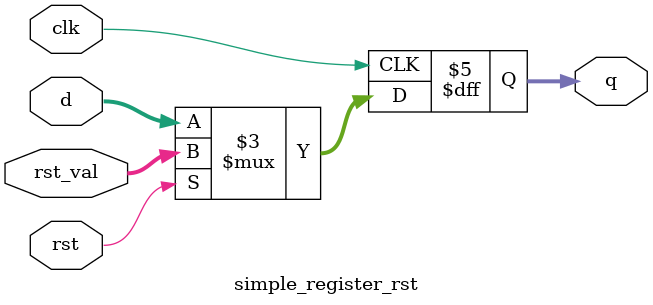
<source format=v>
module simple_register_rst(d, q, clk, rst, rst_val);
    input [31:0] d, rst_val;
    input clk, rst;
    output reg [31:0] q;

    // assign out = (rst) ? INIT : (pc_sel) ? alu : add_4;
    always @(posedge clk) begin
        if (rst) q <= rst_val;
        else begin
            q <= d;
        end
    end
endmodule // REGISTER

</source>
